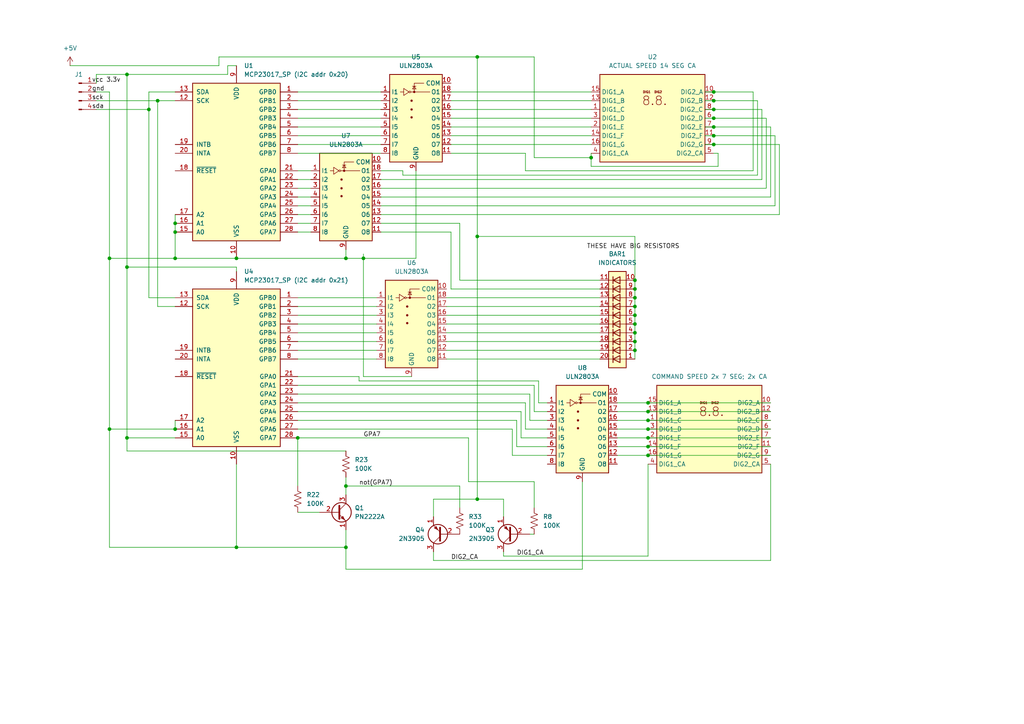
<source format=kicad_sch>
(kicad_sch (version 20230121) (generator eeschema)
  (paper "A4")
  (lib_symbols
    (symbol "Connector:Conn_01x04_Pin" (pin_names (offset 1.016) hide)
      (property "Reference" "J" (at 0 5.08 0))
      (property "Value" "Conn_01x04_Pin" (at 0 -7.62 0))
      (symbol "Conn_01x04_Pin_1_1"
        (polyline (pts (xy 1.27 -5.08) (xy 0.8636 -5.08)) (stroke (width 0.1524)))
        (polyline (pts (xy 1.27 -2.54) (xy 0.8636 -2.54)) (stroke (width 0.1524)))
        (polyline (pts (xy 1.27 0) (xy 0.8636 0)) (stroke (width 0.1524)))
        (polyline (pts (xy 1.27 2.54) (xy 0.8636 2.54)) (stroke (width 0.1524)))
        (rectangle (start 0.8636 -4.953) (end 0 -5.207) (stroke (width 0.1524)) (fill (type outline)))
        (rectangle (start 0.8636 -2.413) (end 0 -2.667) (stroke (width 0.1524)) (fill (type outline)))
        (rectangle (start 0.8636 0.127) (end 0 -0.127) (stroke (width 0.1524)) (fill (type outline)))
        (rectangle (start 0.8636 2.667) (end 0 2.413) (stroke (width 0.1524)) (fill (type outline)))
        (pin passive line (at 5.08 2.54 180) (length 3.81) (name "Pin_1") (number "1"))
        (pin passive line (at 5.08 0 180) (length 3.81) (name "Pin_2") (number "2"))
        (pin passive line (at 5.08 -2.54 180) (length 3.81) (name "Pin_3") (number "3"))
        (pin passive line (at 5.08 -5.08 180) (length 3.81) (name "Pin_4") (number "4"))
      )
    )
    (symbol "Device:R_US" (pin_numbers hide) (pin_names (offset 0))
      (property "Reference" "R" (at 2.54 0 90))
      (property "Value" "R_US" (at -2.54 0 90))
      (symbol "R_US_0_1"
        (polyline (pts (xy 0 -2.286) (xy 0 -2.54)))
        (polyline (pts (xy 0 2.286) (xy 0 2.54)))
        (polyline (pts (xy 0 -0.762) (xy 1.016 -1.143) (xy 0 -1.524) (xy -1.016 -1.905) (xy 0 -2.286)))
        (polyline (pts (xy 0 0.762) (xy 1.016 0.381) (xy 0 0) (xy -1.016 -0.381) (xy 0 -0.762)))
        (polyline (pts (xy 0 2.286) (xy 1.016 1.905) (xy 0 1.524) (xy -1.016 1.143) (xy 0 0.762)))
      )
      (symbol "R_US_1_1"
        (pin passive line (at 0 3.81 270) (length 1.27) (name "~") (number "1"))
        (pin passive line (at 0 -3.81 90) (length 1.27) (name "~") (number "2"))
      )
    )
    (symbol "Display_Character:DA04-11CGKWA"
      (property "Reference" "U" (at -13.97 13.97 0))
      (property "Value" "DA04-11CGKWA" (at 15.24 13.97 0))
      (symbol "DA04-11CGKWA_0_0"
        (text "8.8." (at 0.635 5.08 0) (effects (font (size 2.54 2.54))))
        (text "DIG1" (at -1.651 7.62 0) (effects (font (size 0.635 0.635))))
        (text "DIG2" (at 1.651 7.62 0) (effects (font (size 0.635 0.635))))
      )
      (symbol "DA04-11CGKWA_0_1"
        (rectangle (start -15.24 12.7) (end 15.24 -12.7) (stroke (width 0.254)) (fill (type background)))
      )
      (symbol "DA04-11CGKWA_1_1"
        (pin input line (at -17.78 2.54 0) (length 2.54) (name "DIG1_C") (number "1"))
        (pin input line (at 17.78 7.62 180) (length 2.54) (name "DIG2_A") (number "10"))
        (pin input line (at 17.78 -5.08 180) (length 2.54) (name "DIG2_F") (number "11"))
        (pin input line (at 17.78 5.08 180) (length 2.54) (name "DIG2_B") (number "12"))
        (pin input line (at -17.78 5.08 0) (length 2.54) (name "DIG1_B") (number "13"))
        (pin input line (at -17.78 -5.08 0) (length 2.54) (name "DIG1_F") (number "14"))
        (pin input line (at -17.78 7.62 0) (length 2.54) (name "DIG1_A") (number "15"))
        (pin input line (at -17.78 -7.62 0) (length 2.54) (name "DIG1_G") (number "16"))
        (pin input line (at -17.78 -2.54 0) (length 2.54) (name "DIG1_E") (number "2"))
        (pin input line (at -17.78 0 0) (length 2.54) (name "DIG1_D") (number "3"))
        (pin input line (at -17.78 -10.16 0) (length 2.54) (name "DIG1_CA") (number "4"))
        (pin input line (at 17.78 -10.16 180) (length 2.54) (name "DIG2_CA") (number "5"))
        (pin input line (at 17.78 0 180) (length 2.54) (name "DIG2_D") (number "6"))
        (pin input line (at 17.78 -2.54 180) (length 2.54) (name "DIG2_E") (number "7"))
        (pin input line (at 17.78 2.54 180) (length 2.54) (name "DIG2_C") (number "8"))
        (pin input line (at 17.78 -7.62 180) (length 2.54) (name "DIG2_G") (number "9"))
      )
    )
    (symbol "Interface_Expansion:MCP23017_SP" (pin_names (offset 1.016))
      (property "Reference" "U" (at -11.43 24.13 0))
      (property "Value" "MCP23017_SP" (at 0 0 0))
      (symbol "MCP23017_SP_0_1"
        (rectangle (start -12.7 22.86) (end 12.7 -22.86) (stroke (width 0.254)) (fill (type background)))
      )
      (symbol "MCP23017_SP_1_1"
        (pin bidirectional line (at 17.78 20.32 180) (length 5.08) (name "GPB0") (number "1"))
        (pin power_in line (at 0 -27.94 90) (length 5.08) (name "VSS") (number "10"))
        (pin no_connect line (at -12.7 15.24 0) (length 5.08) hide (name "NC") (number "11"))
        (pin input line (at -17.78 17.78 0) (length 5.08) (name "SCK") (number "12"))
        (pin bidirectional line (at -17.78 20.32 0) (length 5.08) (name "SDA") (number "13"))
        (pin no_connect line (at -12.7 12.7 0) (length 5.08) hide (name "NC") (number "14"))
        (pin input line (at -17.78 -20.32 0) (length 5.08) (name "A0") (number "15"))
        (pin input line (at -17.78 -17.78 0) (length 5.08) (name "A1") (number "16"))
        (pin input line (at -17.78 -15.24 0) (length 5.08) (name "A2") (number "17"))
        (pin input line (at -17.78 -2.54 0) (length 5.08) (name "~{RESET}") (number "18"))
        (pin tri_state line (at -17.78 5.08 0) (length 5.08) (name "INTB") (number "19"))
        (pin bidirectional line (at 17.78 17.78 180) (length 5.08) (name "GPB1") (number "2"))
        (pin tri_state line (at -17.78 2.54 0) (length 5.08) (name "INTA") (number "20"))
        (pin bidirectional line (at 17.78 -2.54 180) (length 5.08) (name "GPA0") (number "21"))
        (pin bidirectional line (at 17.78 -5.08 180) (length 5.08) (name "GPA1") (number "22"))
        (pin bidirectional line (at 17.78 -7.62 180) (length 5.08) (name "GPA2") (number "23"))
        (pin bidirectional line (at 17.78 -10.16 180) (length 5.08) (name "GPA3") (number "24"))
        (pin bidirectional line (at 17.78 -12.7 180) (length 5.08) (name "GPA4") (number "25"))
        (pin bidirectional line (at 17.78 -15.24 180) (length 5.08) (name "GPA5") (number "26"))
        (pin bidirectional line (at 17.78 -17.78 180) (length 5.08) (name "GPA6") (number "27"))
        (pin bidirectional line (at 17.78 -20.32 180) (length 5.08) (name "GPA7") (number "28"))
        (pin bidirectional line (at 17.78 15.24 180) (length 5.08) (name "GPB2") (number "3"))
        (pin bidirectional line (at 17.78 12.7 180) (length 5.08) (name "GPB3") (number "4"))
        (pin bidirectional line (at 17.78 10.16 180) (length 5.08) (name "GPB4") (number "5"))
        (pin bidirectional line (at 17.78 7.62 180) (length 5.08) (name "GPB5") (number "6"))
        (pin bidirectional line (at 17.78 5.08 180) (length 5.08) (name "GPB6") (number "7"))
        (pin bidirectional line (at 17.78 2.54 180) (length 5.08) (name "GPB7") (number "8"))
        (pin power_in line (at 0 27.94 270) (length 5.08) (name "VDD") (number "9"))
      )
    )
    (symbol "LED:HDSP-4850_2" (pin_names (offset 1.016) hide)
      (property "Reference" "BAR" (at 0 15.24 0))
      (property "Value" "HDSP-4850_2" (at 0 -17.78 0))
      (symbol "HDSP-4850_2_0_1"
        (rectangle (start -2.54 12.7) (end 2.54 -15.24) (stroke (width 0.254)) (fill (type background)))
        (polyline (pts (xy -2.54 -12.7) (xy 2.54 -12.7)))
        (polyline (pts (xy -2.54 -10.16) (xy 2.54 -10.16)))
        (polyline (pts (xy -2.54 -7.62) (xy 2.54 -7.62)))
        (polyline (pts (xy -2.54 -5.08) (xy 2.54 -5.08)))
        (polyline (pts (xy -2.54 0) (xy 2.54 0)))
        (polyline (pts (xy -2.54 5.08) (xy 2.54 5.08)))
        (polyline (pts (xy -2.54 7.62) (xy 2.54 7.62)))
        (polyline (pts (xy -2.54 10.16) (xy 2.54 10.16)))
        (polyline (pts (xy 1.27 -11.684) (xy 1.27 -13.716)) (stroke (width 0.254)))
        (polyline (pts (xy 1.27 -9.144) (xy 1.27 -11.176)) (stroke (width 0.254)))
        (polyline (pts (xy 1.27 -6.604) (xy 1.27 -8.636)) (stroke (width 0.254)))
        (polyline (pts (xy 1.27 -4.064) (xy 1.27 -6.096)) (stroke (width 0.254)))
        (polyline (pts (xy 1.27 -1.524) (xy 1.27 -3.556)) (stroke (width 0.254)))
        (polyline (pts (xy 1.27 1.016) (xy 1.27 -1.016)) (stroke (width 0.254)))
        (polyline (pts (xy 1.27 3.556) (xy 1.27 1.524)) (stroke (width 0.254)))
        (polyline (pts (xy 1.27 6.096) (xy 1.27 4.064)) (stroke (width 0.254)))
        (polyline (pts (xy 1.27 8.636) (xy 1.27 6.604)) (stroke (width 0.254)))
        (polyline (pts (xy 1.27 11.176) (xy 1.27 9.144)) (stroke (width 0.254)))
        (polyline (pts (xy 2.54 -2.54) (xy -2.54 -2.54)))
        (polyline (pts (xy 2.54 2.54) (xy -2.54 2.54)))
        (polyline (pts (xy -0.762 -11.684) (xy -0.762 -13.716) (xy 1.27 -12.7) (xy -0.762 -11.684)) (stroke (width 0.254)))
        (polyline (pts (xy -0.762 -9.144) (xy -0.762 -11.176) (xy 1.27 -10.16) (xy -0.762 -9.144)) (stroke (width 0.254)))
        (polyline (pts (xy -0.762 -6.604) (xy -0.762 -8.636) (xy 1.27 -7.62) (xy -0.762 -6.604)) (stroke (width 0.254)))
        (polyline (pts (xy -0.762 -4.064) (xy -0.762 -6.096) (xy 1.27 -5.08) (xy -0.762 -4.064)) (stroke (width 0.254)))
        (polyline (pts (xy -0.762 -1.524) (xy -0.762 -3.556) (xy 1.27 -2.54) (xy -0.762 -1.524)) (stroke (width 0.254)))
        (polyline (pts (xy -0.762 1.016) (xy -0.762 -1.016) (xy 1.27 0) (xy -0.762 1.016)) (stroke (width 0.254)))
        (polyline (pts (xy -0.762 3.556) (xy -0.762 1.524) (xy 1.27 2.54) (xy -0.762 3.556)) (stroke (width 0.254)))
        (polyline (pts (xy -0.762 6.096) (xy -0.762 4.064) (xy 1.27 5.08) (xy -0.762 6.096)) (stroke (width 0.254)))
        (polyline (pts (xy -0.762 8.636) (xy -0.762 6.604) (xy 1.27 7.62) (xy -0.762 8.636)) (stroke (width 0.254)))
        (polyline (pts (xy -0.762 11.176) (xy -0.762 9.144) (xy 1.27 10.16) (xy -0.762 11.176)) (stroke (width 0.254)))
      )
      (symbol "HDSP-4850_2_1_1"
        (pin passive line (at -5.08 10.16 0) (length 2.54) (name "A") (number "1"))
        (pin passive line (at -5.08 -12.7 0) (length 2.54) (name "A") (number "10"))
        (pin passive line (at 5.08 -12.7 180) (length 2.54) (name "K") (number "11"))
        (pin passive line (at 5.08 -10.16 180) (length 2.54) (name "K") (number "12"))
        (pin passive line (at 5.08 -7.62 180) (length 2.54) (name "K") (number "13"))
        (pin passive line (at 5.08 -5.08 180) (length 2.54) (name "K") (number "14"))
        (pin passive line (at 5.08 -2.54 180) (length 2.54) (name "K") (number "15"))
        (pin passive line (at 5.08 0 180) (length 2.54) (name "K") (number "16"))
        (pin passive line (at 5.08 2.54 180) (length 2.54) (name "K") (number "17"))
        (pin passive line (at 5.08 5.08 180) (length 2.54) (name "K") (number "18"))
        (pin passive line (at 5.08 7.62 180) (length 2.54) (name "K") (number "19"))
        (pin passive line (at -5.08 7.62 0) (length 2.54) (name "A") (number "2"))
        (pin passive line (at 5.08 10.16 180) (length 2.54) (name "K") (number "20"))
        (pin passive line (at -5.08 5.08 0) (length 2.54) (name "A") (number "3"))
        (pin passive line (at -5.08 2.54 0) (length 2.54) (name "A") (number "4"))
        (pin passive line (at -5.08 0 0) (length 2.54) (name "A") (number "5"))
        (pin passive line (at -5.08 -2.54 0) (length 2.54) (name "A") (number "6"))
        (pin passive line (at -5.08 -5.08 0) (length 2.54) (name "A") (number "7"))
        (pin passive line (at -5.08 -7.62 0) (length 2.54) (name "A") (number "8"))
        (pin passive line (at -5.08 -10.16 0) (length 2.54) (name "A") (number "9"))
      )
    )
    (symbol "Transistor_Array:ULN2803A"
      (property "Reference" "U" (at 0 13.335 0))
      (property "Value" "ULN2803A" (at 0 11.43 0))
      (symbol "ULN2803A_0_1"
        (rectangle (start -7.62 -15.24) (end 7.62 10.16) (stroke (width 0.254)) (fill (type background)))
        (circle (center -1.778 5.08) (radius 0.254))
        (circle (center -1.27 -2.286) (radius 0.254) (fill (type outline)))
        (circle (center -1.27 0) (radius 0.254) (fill (type outline)))
        (circle (center -1.27 2.54) (radius 0.254) (fill (type outline)))
        (circle (center -0.508 5.08) (radius 0.254) (fill (type outline)))
        (polyline (pts (xy -4.572 5.08) (xy -3.556 5.08)))
        (polyline (pts (xy -1.524 5.08) (xy 4.064 5.08)))
        (polyline (pts (xy 0 6.731) (xy -1.016 6.731)))
        (polyline (pts (xy -0.508 5.08) (xy -0.508 7.62) (xy 2.286 7.62)))
        (polyline (pts (xy -3.556 6.096) (xy -3.556 4.064) (xy -2.032 5.08) (xy -3.556 6.096)))
        (polyline (pts (xy 0 5.969) (xy -1.016 5.969) (xy -0.508 6.731) (xy 0 5.969)))
      )
      (symbol "ULN2803A_1_1"
        (pin input line (at -10.16 5.08 0) (length 2.54) (name "I1") (number "1"))
        (pin passive line (at 10.16 7.62 180) (length 2.54) (name "COM") (number "10"))
        (pin open_collector line (at 10.16 -12.7 180) (length 2.54) (name "O8") (number "11"))
        (pin open_collector line (at 10.16 -10.16 180) (length 2.54) (name "O7") (number "12"))
        (pin open_collector line (at 10.16 -7.62 180) (length 2.54) (name "O6") (number "13"))
        (pin open_collector line (at 10.16 -5.08 180) (length 2.54) (name "O5") (number "14"))
        (pin open_collector line (at 10.16 -2.54 180) (length 2.54) (name "O4") (number "15"))
        (pin open_collector line (at 10.16 0 180) (length 2.54) (name "O3") (number "16"))
        (pin open_collector line (at 10.16 2.54 180) (length 2.54) (name "O2") (number "17"))
        (pin open_collector line (at 10.16 5.08 180) (length 2.54) (name "O1") (number "18"))
        (pin input line (at -10.16 2.54 0) (length 2.54) (name "I2") (number "2"))
        (pin input line (at -10.16 0 0) (length 2.54) (name "I3") (number "3"))
        (pin input line (at -10.16 -2.54 0) (length 2.54) (name "I4") (number "4"))
        (pin input line (at -10.16 -5.08 0) (length 2.54) (name "I5") (number "5"))
        (pin input line (at -10.16 -7.62 0) (length 2.54) (name "I6") (number "6"))
        (pin input line (at -10.16 -10.16 0) (length 2.54) (name "I7") (number "7"))
        (pin input line (at -10.16 -12.7 0) (length 2.54) (name "I8") (number "8"))
        (pin power_in line (at 0 -17.78 90) (length 2.54) (name "GND") (number "9"))
      )
    )
    (symbol "Transistor_BJT:2N3905" (pin_names (offset 0) hide)
      (property "Reference" "Q" (at 5.08 1.905 0))
      (property "Value" "2N3905" (at 5.08 0 0))
      (symbol "2N3905_0_1"
        (polyline (pts (xy 0.635 0.635) (xy 2.54 2.54)))
        (polyline (pts (xy 0.635 -0.635) (xy 2.54 -2.54) (xy 2.54 -2.54)))
        (polyline (pts (xy 0.635 1.905) (xy 0.635 -1.905) (xy 0.635 -1.905)) (stroke (width 0.508)))
        (polyline (pts (xy 2.286 -1.778) (xy 1.778 -2.286) (xy 1.27 -1.27) (xy 2.286 -1.778) (xy 2.286 -1.778)) (fill (type outline)))
        (circle (center 1.27 0) (radius 2.8194) (stroke (width 0.254)))
      )
      (symbol "2N3905_1_1"
        (pin passive line (at 2.54 -5.08 90) (length 2.54) (name "E") (number "1"))
        (pin input line (at -5.08 0 0) (length 5.715) (name "B") (number "2"))
        (pin passive line (at 2.54 5.08 270) (length 2.54) (name "C") (number "3"))
      )
    )
    (symbol "Transistor_BJT:PN2222A" (pin_names (offset 0) hide)
      (property "Reference" "Q" (at 5.08 1.905 0))
      (property "Value" "PN2222A" (at 5.08 0 0))
      (symbol "PN2222A_0_1"
        (polyline (pts (xy 0 0) (xy 0.635 0)))
        (polyline (pts (xy 2.54 -2.54) (xy 0.635 -0.635)))
        (polyline (pts (xy 2.54 2.54) (xy 0.635 0.635)))
        (polyline (pts (xy 0.635 1.905) (xy 0.635 -1.905) (xy 0.635 -1.905)) (stroke (width 0.508)))
        (polyline (pts (xy 2.413 -2.413) (xy 1.905 -1.905) (xy 1.905 -1.905)))
        (polyline (pts (xy 1.143 -1.651) (xy 1.651 -1.143) (xy 2.159 -2.159) (xy 1.143 -1.651) (xy 1.143 -1.651)) (fill (type outline)))
        (circle (center 1.27 0) (radius 2.8194) (stroke (width 0.254)))
      )
      (symbol "PN2222A_1_1"
        (pin passive line (at 2.54 -5.08 90) (length 2.54) (name "E") (number "1"))
        (pin input line (at -5.08 0 0) (length 5.08) (name "B") (number "2"))
        (pin passive line (at 2.54 5.08 270) (length 2.54) (name "C") (number "3"))
      )
    )
    (symbol "power:+5V" (power) (pin_names (offset 0))
      (property "Value" "+5V" (at 0 3.556 0))
      (symbol "+5V_0_1"
        (polyline (pts (xy -0.762 1.27) (xy 0 2.54)))
        (polyline (pts (xy 0 0) (xy 0 2.54)))
        (polyline (pts (xy 0 2.54) (xy 0.762 1.27)))
      )
      (symbol "+5V_1_1"
        (pin power_in line (at 0 0 90) (length 0) hide (name "+5V") (number "1"))
      )
    )
  )
  (junction (at 68.58 158.75))
  (junction (at 187.96 116.84))
  (junction (at 68.58 74.93))
  (junction (at 207.01 31.75))
  (junction (at 187.96 124.46))
  (junction (at 138.43 68.58))
  (junction (at 50.8 64.77))
  (junction (at 207.01 26.67))
  (junction (at 184.15 96.52))
  (junction (at 184.15 83.82))
  (junction (at 187.96 119.38))
  (junction (at 138.43 16.51))
  (junction (at 207.01 39.37))
  (junction (at 184.15 88.9))
  (junction (at 207.01 41.91))
  (junction (at 207.01 36.83))
  (junction (at 184.15 86.36))
  (junction (at 36.83 21.59))
  (junction (at 187.96 129.54))
  (junction (at 184.15 93.98))
  (junction (at 50.8 74.93))
  (junction (at 207.01 29.21))
  (junction (at 138.43 144.78))
  (junction (at 184.15 101.6))
  (junction (at 36.83 77.47))
  (junction (at 184.15 91.44))
  (junction (at 187.96 132.08))
  (junction (at 50.8 67.31))
  (junction (at 187.96 127))
  (junction (at 184.15 81.28))
  (junction (at 31.75 124.46))
  (junction (at 207.01 34.29))
  (junction (at 100.33 158.75))
  (junction (at 100.33 74.93))
  (junction (at 105.41 74.93))
  (junction (at 187.96 121.92))
  (junction (at 50.8 124.46))
  (junction (at 45.72 29.21))
  (junction (at 171.45 45.72))
  (junction (at 31.75 74.93))
  (junction (at 184.15 99.06))
  (junction (at 86.36 127))
  (junction (at 43.18 31.75))
  (junction (at 36.83 127))
  (junction (at 100.33 140.97))
  (wire (pts (xy 86.36 44.45) (xy 110.49 44.45)))
  (wire (pts (xy 110.49 49.53) (xy 116.84 49.53)))
  (wire (pts (xy 138.43 16.51) (xy 154.94 16.51)))
  (wire (pts (xy 86.36 127) (xy 86.36 140.97)))
  (wire (pts (xy 154.94 16.51) (xy 154.94 45.72)))
  (wire (pts (xy 86.36 96.52) (xy 109.22 96.52)))
  (wire (pts (xy 36.83 127) (xy 36.83 77.47)))
  (wire (pts (xy 50.8 64.77) (xy 50.8 67.31)))
  (wire (pts (xy 86.36 124.46) (xy 148.59 124.46)))
  (wire (pts (xy 207.01 34.29) (xy 222.25 34.29)))
  (wire (pts (xy 204.47 29.21) (xy 207.01 29.21)))
  (wire (pts (xy 100.33 138.43) (xy 100.33 140.97)))
  (wire (pts (xy 45.72 29.21) (xy 50.8 29.21)))
  (wire (pts (xy 187.96 121.92) (xy 223.52 121.92)))
  (wire (pts (xy 110.49 59.69) (xy 224.79 59.69)))
  (wire (pts (xy 152.4 44.45) (xy 152.4 49.53)))
  (wire (pts (xy 204.47 36.83) (xy 207.01 36.83)))
  (wire (pts (xy 105.41 74.93) (xy 120.65 74.93)))
  (wire (pts (xy 187.96 116.84) (xy 223.52 116.84)))
  (wire (pts (xy 100.33 74.93) (xy 100.33 72.39)))
  (wire (pts (xy 138.43 144.78) (xy 146.05 144.78)))
  (wire (pts (xy 90.17 52.07) (xy 86.36 52.07)))
  (wire (pts (xy 204.47 41.91) (xy 207.01 41.91)))
  (wire (pts (xy 31.75 124.46) (xy 31.75 158.75)))
  (wire (pts (xy 129.54 88.9) (xy 173.99 88.9)))
  (wire (pts (xy 130.81 44.45) (xy 152.4 44.45)))
  (wire (pts (xy 20.32 19.05) (xy 63.5 19.05)))
  (wire (pts (xy 133.35 147.32) (xy 133.35 140.97)))
  (wire (pts (xy 207.01 36.83) (xy 223.52 36.83)))
  (wire (pts (xy 36.83 77.47) (xy 68.58 77.47)))
  (wire (pts (xy 86.36 99.06) (xy 109.22 99.06)))
  (wire (pts (xy 184.15 93.98) (xy 184.15 96.52)))
  (wire (pts (xy 156.21 110.49) (xy 156.21 116.84)))
  (wire (pts (xy 86.36 127) (xy 135.89 127)))
  (wire (pts (xy 90.17 54.61) (xy 86.36 54.61)))
  (wire (pts (xy 222.25 54.61) (xy 222.25 34.29)))
  (wire (pts (xy 125.73 162.56) (xy 223.52 162.56)))
  (wire (pts (xy 224.79 39.37) (xy 224.79 59.69)))
  (wire (pts (xy 154.94 111.76) (xy 154.94 119.38)))
  (wire (pts (xy 184.15 96.52) (xy 184.15 99.06)))
  (wire (pts (xy 31.75 74.93) (xy 31.75 26.67)))
  (wire (pts (xy 125.73 160.02) (xy 125.73 162.56)))
  (wire (pts (xy 66.04 19.05) (xy 68.58 19.05)))
  (wire (pts (xy 50.8 121.92) (xy 50.8 124.46)))
  (wire (pts (xy 50.8 127) (xy 36.83 127)))
  (wire (pts (xy 146.05 161.29) (xy 187.96 161.29)))
  (wire (pts (xy 207.01 41.91) (xy 226.06 41.91)))
  (wire (pts (xy 135.89 139.7) (xy 154.94 139.7)))
  (wire (pts (xy 130.81 39.37) (xy 171.45 39.37)))
  (wire (pts (xy 86.36 116.84) (xy 152.4 116.84)))
  (wire (pts (xy 110.49 67.31) (xy 130.81 67.31)))
  (wire (pts (xy 179.07 116.84) (xy 187.96 116.84)))
  (wire (pts (xy 207.01 44.45) (xy 208.28 44.45)))
  (wire (pts (xy 156.21 116.84) (xy 158.75 116.84)))
  (wire (pts (xy 204.47 34.29) (xy 207.01 34.29)))
  (wire (pts (xy 90.17 57.15) (xy 86.36 57.15)))
  (wire (pts (xy 184.15 68.58) (xy 138.43 68.58)))
  (wire (pts (xy 50.8 62.23) (xy 50.8 64.77)))
  (wire (pts (xy 110.49 52.07) (xy 220.98 52.07)))
  (wire (pts (xy 125.73 144.78) (xy 125.73 149.86)))
  (wire (pts (xy 138.43 68.58) (xy 138.43 16.51)))
  (wire (pts (xy 90.17 59.69) (xy 86.36 59.69)))
  (wire (pts (xy 90.17 62.23) (xy 86.36 62.23)))
  (wire (pts (xy 129.54 91.44) (xy 173.99 91.44)))
  (wire (pts (xy 153.67 114.3) (xy 153.67 121.92)))
  (wire (pts (xy 68.58 158.75) (xy 68.58 134.62)))
  (wire (pts (xy 187.96 132.08) (xy 223.52 132.08)))
  (wire (pts (xy 184.15 91.44) (xy 184.15 93.98)))
  (wire (pts (xy 218.44 26.67) (xy 218.44 49.53)))
  (wire (pts (xy 86.36 41.91) (xy 110.49 41.91)))
  (wire (pts (xy 129.54 99.06) (xy 173.99 99.06)))
  (wire (pts (xy 100.33 158.75) (xy 100.33 165.1)))
  (wire (pts (xy 43.18 31.75) (xy 43.18 86.36)))
  (wire (pts (xy 100.33 153.67) (xy 100.33 158.75)))
  (wire (pts (xy 86.36 119.38) (xy 151.13 119.38)))
  (wire (pts (xy 129.54 96.52) (xy 173.99 96.52)))
  (wire (pts (xy 187.96 127) (xy 223.52 127)))
  (wire (pts (xy 86.36 114.3) (xy 153.67 114.3)))
  (wire (pts (xy 146.05 160.02) (xy 146.05 161.29)))
  (wire (pts (xy 27.94 21.59) (xy 36.83 21.59)))
  (wire (pts (xy 63.5 16.51) (xy 138.43 16.51)))
  (wire (pts (xy 50.8 26.67) (xy 43.18 26.67)))
  (wire (pts (xy 152.4 116.84) (xy 152.4 124.46)))
  (wire (pts (xy 105.41 73.66) (xy 105.41 74.93)))
  (wire (pts (xy 184.15 83.82) (xy 184.15 86.36)))
  (wire (pts (xy 138.43 144.78) (xy 125.73 144.78)))
  (wire (pts (xy 90.17 49.53) (xy 86.36 49.53)))
  (wire (pts (xy 86.36 88.9) (xy 109.22 88.9)))
  (wire (pts (xy 31.75 74.93) (xy 50.8 74.93)))
  (wire (pts (xy 116.84 50.8) (xy 219.71 50.8)))
  (wire (pts (xy 119.38 109.22) (xy 105.41 109.22)))
  (wire (pts (xy 86.36 36.83) (xy 110.49 36.83)))
  (wire (pts (xy 184.15 81.28) (xy 184.15 83.82)))
  (wire (pts (xy 68.58 77.47) (xy 68.58 78.74)))
  (wire (pts (xy 148.59 132.08) (xy 158.75 132.08)))
  (wire (pts (xy 171.45 48.26) (xy 171.45 45.72)))
  (wire (pts (xy 133.35 140.97) (xy 100.33 140.97)))
  (wire (pts (xy 31.75 124.46) (xy 50.8 124.46)))
  (wire (pts (xy 86.36 93.98) (xy 109.22 93.98)))
  (wire (pts (xy 50.8 74.93) (xy 68.58 74.93)))
  (wire (pts (xy 184.15 86.36) (xy 184.15 88.9)))
  (wire (pts (xy 151.13 119.38) (xy 151.13 127)))
  (wire (pts (xy 110.49 62.23) (xy 226.06 62.23)))
  (wire (pts (xy 86.36 31.75) (xy 110.49 31.75)))
  (wire (pts (xy 36.83 21.59) (xy 36.83 77.47)))
  (wire (pts (xy 100.33 143.51) (xy 100.33 140.97)))
  (wire (pts (xy 135.89 127) (xy 135.89 139.7)))
  (wire (pts (xy 223.52 134.62) (xy 223.52 162.56)))
  (wire (pts (xy 171.45 44.45) (xy 171.45 45.72)))
  (wire (pts (xy 130.81 31.75) (xy 171.45 31.75)))
  (wire (pts (xy 130.81 41.91) (xy 171.45 41.91)))
  (wire (pts (xy 129.54 93.98) (xy 173.99 93.98)))
  (wire (pts (xy 152.4 124.46) (xy 158.75 124.46)))
  (wire (pts (xy 104.14 110.49) (xy 156.21 110.49)))
  (wire (pts (xy 68.58 74.93) (xy 100.33 74.93)))
  (wire (pts (xy 179.07 124.46) (xy 187.96 124.46)))
  (wire (pts (xy 184.15 88.9) (xy 184.15 91.44)))
  (wire (pts (xy 86.36 111.76) (xy 154.94 111.76)))
  (wire (pts (xy 27.94 21.59) (xy 27.94 24.13)))
  (wire (pts (xy 133.35 81.28) (xy 133.35 64.77)))
  (wire (pts (xy 179.07 132.08) (xy 187.96 132.08)))
  (wire (pts (xy 66.04 19.05) (xy 66.04 21.59)))
  (wire (pts (xy 151.13 127) (xy 158.75 127)))
  (wire (pts (xy 129.54 86.36) (xy 173.99 86.36)))
  (wire (pts (xy 27.94 31.75) (xy 43.18 31.75)))
  (wire (pts (xy 50.8 67.31) (xy 50.8 74.93)))
  (wire (pts (xy 130.81 36.83) (xy 171.45 36.83)))
  (wire (pts (xy 187.96 124.46) (xy 223.52 124.46)))
  (wire (pts (xy 130.81 26.67) (xy 171.45 26.67)))
  (wire (pts (xy 86.36 39.37) (xy 110.49 39.37)))
  (wire (pts (xy 149.86 121.92) (xy 149.86 129.54)))
  (wire (pts (xy 130.81 34.29) (xy 171.45 34.29)))
  (wire (pts (xy 27.94 29.21) (xy 45.72 29.21)))
  (wire (pts (xy 105.41 74.93) (xy 105.41 109.22)))
  (wire (pts (xy 187.96 119.38) (xy 223.52 119.38)))
  (wire (pts (xy 92.71 148.59) (xy 86.36 148.59)))
  (wire (pts (xy 184.15 99.06) (xy 184.15 101.6)))
  (wire (pts (xy 31.75 74.93) (xy 31.75 124.46)))
  (wire (pts (xy 220.98 31.75) (xy 220.98 52.07)))
  (wire (pts (xy 31.75 158.75) (xy 68.58 158.75)))
  (wire (pts (xy 86.36 29.21) (xy 110.49 29.21)))
  (wire (pts (xy 208.28 48.26) (xy 171.45 48.26)))
  (wire (pts (xy 100.33 74.93) (xy 105.41 74.93)))
  (wire (pts (xy 86.36 101.6) (xy 109.22 101.6)))
  (wire (pts (xy 130.81 29.21) (xy 171.45 29.21)))
  (wire (pts (xy 86.36 109.22) (xy 104.14 109.22)))
  (wire (pts (xy 204.47 31.75) (xy 207.01 31.75)))
  (wire (pts (xy 138.43 68.58) (xy 138.43 144.78)))
  (wire (pts (xy 179.07 119.38) (xy 187.96 119.38)))
  (wire (pts (xy 148.59 124.46) (xy 148.59 132.08)))
  (wire (pts (xy 179.07 121.92) (xy 187.96 121.92)))
  (wire (pts (xy 86.36 34.29) (xy 110.49 34.29)))
  (wire (pts (xy 120.65 49.53) (xy 120.65 74.93)))
  (wire (pts (xy 116.84 49.53) (xy 116.84 50.8)))
  (wire (pts (xy 219.71 29.21) (xy 219.71 50.8)))
  (wire (pts (xy 223.52 57.15) (xy 110.49 57.15)))
  (wire (pts (xy 133.35 64.77) (xy 110.49 64.77)))
  (wire (pts (xy 86.36 91.44) (xy 109.22 91.44)))
  (wire (pts (xy 36.83 130.81) (xy 100.33 130.81)))
  (wire (pts (xy 50.8 88.9) (xy 45.72 88.9)))
  (wire (pts (xy 173.99 101.6) (xy 129.54 101.6)))
  (wire (pts (xy 154.94 154.94) (xy 153.67 154.94)))
  (wire (pts (xy 173.99 81.28) (xy 133.35 81.28)))
  (wire (pts (xy 207.01 31.75) (xy 220.98 31.75)))
  (wire (pts (xy 168.91 165.1) (xy 168.91 139.7)))
  (wire (pts (xy 63.5 19.05) (xy 63.5 16.51)))
  (wire (pts (xy 90.17 64.77) (xy 86.36 64.77)))
  (wire (pts (xy 153.67 121.92) (xy 158.75 121.92)))
  (wire (pts (xy 146.05 144.78) (xy 146.05 149.86)))
  (wire (pts (xy 204.47 39.37) (xy 207.01 39.37)))
  (wire (pts (xy 100.33 165.1) (xy 168.91 165.1)))
  (wire (pts (xy 43.18 26.67) (xy 43.18 31.75)))
  (wire (pts (xy 36.83 21.59) (xy 66.04 21.59)))
  (wire (pts (xy 149.86 129.54) (xy 158.75 129.54)))
  (wire (pts (xy 184.15 101.6) (xy 184.15 104.14)))
  (wire (pts (xy 207.01 29.21) (xy 219.71 29.21)))
  (wire (pts (xy 86.36 121.92) (xy 149.86 121.92)))
  (wire (pts (xy 154.94 119.38) (xy 158.75 119.38)))
  (wire (pts (xy 100.33 158.75) (xy 68.58 158.75)))
  (wire (pts (xy 226.06 62.23) (xy 226.06 41.91)))
  (wire (pts (xy 36.83 130.81) (xy 36.83 127)))
  (wire (pts (xy 110.49 54.61) (xy 222.25 54.61)))
  (wire (pts (xy 130.81 83.82) (xy 173.99 83.82)))
  (wire (pts (xy 208.28 44.45) (xy 208.28 48.26)))
  (wire (pts (xy 154.94 139.7) (xy 154.94 147.32)))
  (wire (pts (xy 43.18 86.36) (xy 50.8 86.36)))
  (wire (pts (xy 187.96 129.54) (xy 223.52 129.54)))
  (wire (pts (xy 45.72 88.9) (xy 45.72 29.21)))
  (wire (pts (xy 223.52 36.83) (xy 223.52 57.15)))
  (wire (pts (xy 104.14 109.22) (xy 104.14 110.49)))
  (wire (pts (xy 90.17 67.31) (xy 86.36 67.31)))
  (wire (pts (xy 207.01 26.67) (xy 218.44 26.67)))
  (wire (pts (xy 204.47 26.67) (xy 207.01 26.67)))
  (wire (pts (xy 179.07 127) (xy 187.96 127)))
  (wire (pts (xy 207.01 39.37) (xy 224.79 39.37)))
  (wire (pts (xy 187.96 161.29) (xy 187.96 134.62)))
  (wire (pts (xy 184.15 81.28) (xy 184.15 68.58)))
  (wire (pts (xy 179.07 129.54) (xy 187.96 129.54)))
  (wire (pts (xy 86.36 86.36) (xy 109.22 86.36)))
  (wire (pts (xy 173.99 104.14) (xy 129.54 104.14)))
  (wire (pts (xy 86.36 104.14) (xy 109.22 104.14)))
  (wire (pts (xy 86.36 26.67) (xy 110.49 26.67)))
  (wire (pts (xy 154.94 45.72) (xy 171.45 45.72)))
  (wire (pts (xy 152.4 49.53) (xy 218.44 49.53)))
  (wire (pts (xy 130.81 67.31) (xy 130.81 83.82)))
  (wire (pts (xy 31.75 26.67) (xy 27.94 26.67)))
  (label "DIG2_CA" (at 130.81 162.56 0))
  (label "sck" (at 26.67 29.21 0))
  (label "DIG1_CA" (at 149.86 161.29 0))
  (label "not(GPA7)" (at 104.14 140.97 0))
  (label "gnd" (at 26.67 26.67 0))
  (label "GPA7" (at 105.41 127 0))
  (label "sda" (at 26.67 31.75 0))
  (label "vcc 3.3v" (at 26.67 24.13 0))
  (label "THESE HAVE BIG RESISTORS" (at 170.18 72.39 0))
  (symbol (lib_id "LED:HDSP-4850_2") (at 179.07 93.98 180) (unit 1)
    (property "Reference" "BAR1" (at 179.07 73.66 0))
    (property "Value" "INDICATORS" (at 179.07 76.2 0))
    (property "Footprint" "Display:HDSP-4850" (effects hide))
    (property "Datasheet" "https://docs.broadcom.com/docs/AV02-1798EN" (effects hide))
  )
  (symbol (lib_id "Device:R_US") (at 100.33 134.62 0) (unit 1)
    (property "Reference" "R23" (at 102.87 133.35 0) (effects (justify left)))
    (property "Value" "100K" (at 102.87 135.89 0) (effects (justify left)))
  )
  (symbol (lib_id "Device:R_US") (at 154.94 151.13 0) (unit 1)
    (property "Reference" "R8" (at 157.48 149.86 0) (effects (justify left)))
    (property "Value" "100K" (at 157.48 152.4 0) (effects (justify left)))
  )
  (symbol (lib_id "Transistor_BJT:PN2222A") (at 97.79 148.59 0) (unit 1)
    (property "Reference" "Q1" (at 102.87 147.32 0) (effects (justify left)))
    (property "Value" "PN2222A" (at 102.87 149.86 0) (effects (justify left)))
    (property "Footprint" "Package_TO_SOT_THT:TO-92_Inline" (effects hide))
    (property "Datasheet" "https://www.onsemi.com/pub/Collateral/PN2222-D.PDF" (effects hide))
  )
  (symbol (lib_id "Display_Character:DA04-11CGKWA") (at 189.23 34.29 0) (unit 1)
    (property "Reference" "U2" (at 189.23 16.51 0))
    (property "Value" "ACTUAL SPEED 14 SEG CA" (at 189.23 19.05 0))
    (property "Footprint" "Display_7Segment:DA04-11CGKWA" (effects hide))
    (property "Datasheet" "http://www.kingbright.com/attachments/file/psearch/000/00/00/DA04-11CGKWA(Ver.6A).pdf" (effects hide))
  )
  (symbol (lib_id "Transistor_Array:ULN2803A") (at 119.38 91.44 0) (unit 1)
    (property "Reference" "U6" (at 119.38 76.2 0))
    (property "Value" "ULN2803A" (at 119.38 78.74 0))
    (property "Datasheet" "http://www.ti.com/lit/ds/symlink/uln2803a.pdf" (effects hide))
  )
  (symbol (lib_id "Device:R_US") (at 133.35 151.13 0) (unit 1)
    (property "Reference" "R33" (at 135.89 149.86 0) (effects (justify left)))
    (property "Value" "100K" (at 135.89 152.4 0) (effects (justify left)))
  )
  (symbol (lib_id "Display_Character:DA04-11CGKWA") (at 205.74 124.46 0) (unit 1)
    (property "Reference" "U3" (effects hide))
    (property "Value" "COMMAND SPEED 2x 7 SEG; 2x CA" (at 205.74 109.22 0))
    (property "Footprint" "Display_7Segment:DA04-11CGKWA" (effects hide))
    (property "Datasheet" "http://www.kingbright.com/attachments/file/psearch/000/00/00/DA04-11CGKWA(Ver.6A).pdf" (effects hide))
  )
  (symbol (lib_id "Connector:Conn_01x04_Pin") (at 22.86 26.67 0) (unit 1)
    (property "Reference" "J1" (at 22.86 21.59 0))
    (property "Value" "Conn_01x04_Pin" (effects hide))
  )
  (symbol (lib_id "Device:R_US") (at 86.36 144.78 0) (unit 1)
    (property "Reference" "R22" (at 88.9 143.51 0) (effects (justify left)))
    (property "Value" "100K" (at 88.9 146.05 0) (effects (justify left)))
  )
  (symbol (lib_id "power:+5V") (at 20.32 19.05 0) (unit 1)
    (property "Reference" "#PWR03" (effects hide))
    (property "Value" "+5V" (at 20.32 13.97 0))
  )
  (symbol (lib_id "Transistor_Array:ULN2803A") (at 100.33 54.61 0) (unit 1)
    (property "Reference" "U7" (at 100.33 39.37 0))
    (property "Value" "ULN2803A" (at 100.33 41.91 0))
    (property "Datasheet" "http://www.ti.com/lit/ds/symlink/uln2803a.pdf" (effects hide))
  )
  (symbol (lib_id "Transistor_BJT:2N3905") (at 148.59 154.94 180) (unit 1)
    (property "Reference" "Q3" (at 143.51 153.67 0) (effects (justify left)))
    (property "Value" "2N3905" (at 143.51 156.21 0) (effects (justify left)))
    (property "Footprint" "Package_TO_SOT_THT:TO-92_Inline" (effects hide))
    (property "Datasheet" "https://www.nteinc.com/specs/original/2N3905_06.pdf" (effects hide))
  )
  (symbol (lib_id "Transistor_Array:ULN2803A") (at 120.65 31.75 0) (unit 1)
    (property "Reference" "U5" (at 120.65 16.51 0))
    (property "Value" "ULN2803A" (at 120.65 19.05 0))
    (property "Datasheet" "http://www.ti.com/lit/ds/symlink/uln2803a.pdf" (effects hide))
  )
  (symbol (lib_id "Interface_Expansion:MCP23017_SP") (at 68.58 106.68 0) (unit 1)
    (property "Reference" "U4" (at 70.7741 78.74 0) (effects (justify left)))
    (property "Value" "MCP23017_SP (I2C addr 0x21)" (at 70.7741 81.28 0) (effects (justify left)))
    (property "Footprint" "Package_DIP:DIP-28_W7.62mm" (effects hide))
    (property "Datasheet" "http://ww1.microchip.com/downloads/en/DeviceDoc/20001952C.pdf" (effects hide))
  )
  (symbol (lib_id "Transistor_Array:ULN2803A") (at 168.91 121.92 0) (unit 1)
    (property "Reference" "U8" (at 168.91 106.68 0))
    (property "Value" "ULN2803A" (at 168.91 109.22 0))
    (property "Datasheet" "http://www.ti.com/lit/ds/symlink/uln2803a.pdf" (effects hide))
  )
  (symbol (lib_id "Transistor_BJT:2N3905") (at 128.27 154.94 180) (unit 1)
    (property "Reference" "Q4" (at 123.19 153.67 0) (effects (justify left)))
    (property "Value" "2N3905" (at 123.19 156.21 0) (effects (justify left)))
    (property "Footprint" "Package_TO_SOT_THT:TO-92_Inline" (effects hide))
    (property "Datasheet" "https://www.nteinc.com/specs/original/2N3905_06.pdf" (effects hide))
  )
  (symbol (lib_id "Interface_Expansion:MCP23017_SP") (at 68.58 46.99 0) (unit 1)
    (property "Reference" "U1" (at 70.7741 19.05 0) (effects (justify left)))
    (property "Value" "MCP23017_SP (I2C addr 0x20)" (at 70.7741 21.59 0) (effects (justify left)))
    (property "Footprint" "Package_DIP:DIP-28_W7.62mm" (effects hide))
    (property "Datasheet" "http://ww1.microchip.com/downloads/en/DeviceDoc/20001952C.pdf" (effects hide))
  )
)
</source>
